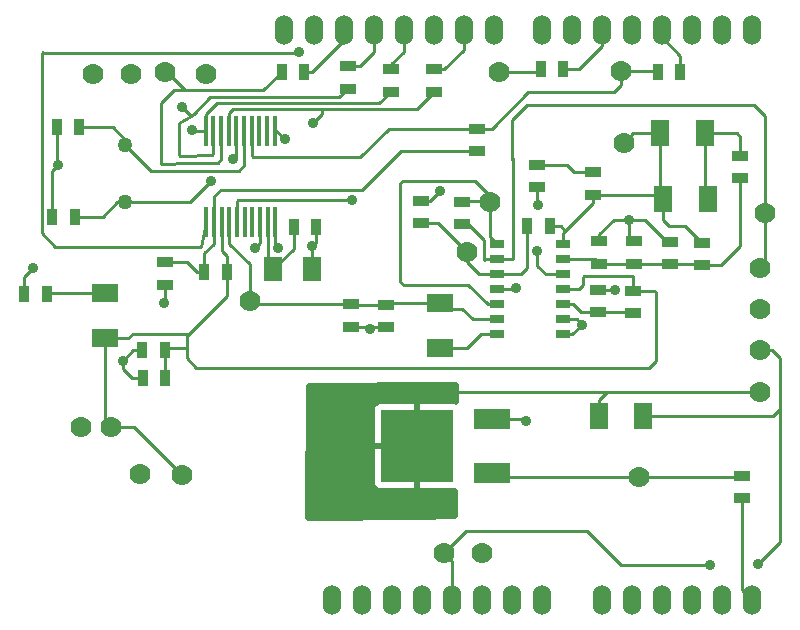
<source format=gtl>
G04 (created by PCBNEW (2013-07-07 BZR 4022)-stable) date 9/23/2014 8:39:01 AM*
%MOIN*%
G04 Gerber Fmt 3.4, Leading zero omitted, Abs format*
%FSLAX34Y34*%
G01*
G70*
G90*
G04 APERTURE LIST*
%ADD10C,0.00590551*%
%ADD11R,0.06X0.08*%
%ADD12R,0.055X0.035*%
%ADD13R,0.035X0.055*%
%ADD14C,0.07*%
%ADD15R,0.011811X0.0984252*%
%ADD16C,0.05*%
%ADD17R,0.0866X0.063*%
%ADD18R,0.063X0.0866*%
%ADD19O,0.06X0.1*%
%ADD20R,0.05X0.025*%
%ADD21R,0.12X0.065*%
%ADD22R,0.24X0.24*%
%ADD23C,0.035*%
%ADD24C,0.01*%
%ADD25C,0.019*%
G04 APERTURE END LIST*
G54D10*
G54D11*
X81810Y-48370D03*
X83110Y-48370D03*
G54D12*
X92660Y-48185D03*
X92660Y-47435D03*
G54D13*
X77455Y-52000D03*
X78205Y-52000D03*
G54D12*
X78210Y-48895D03*
X78210Y-48145D03*
G54D13*
X79505Y-48460D03*
X80255Y-48460D03*
X74445Y-46630D03*
X75195Y-46630D03*
X74595Y-43630D03*
X75345Y-43630D03*
X77445Y-51080D03*
X78195Y-51080D03*
G54D12*
X88590Y-44435D03*
X88590Y-43685D03*
G54D13*
X82485Y-46964D03*
X83235Y-46964D03*
G54D12*
X93790Y-49095D03*
X93790Y-49845D03*
X92620Y-49805D03*
X92620Y-49055D03*
X85550Y-49555D03*
X85550Y-50305D03*
X95030Y-48205D03*
X95030Y-47455D03*
X93840Y-48185D03*
X93840Y-47435D03*
X97370Y-44595D03*
X97370Y-45345D03*
X96090Y-47485D03*
X96090Y-48235D03*
X90600Y-44895D03*
X90600Y-45645D03*
X92460Y-45885D03*
X92460Y-45135D03*
X86720Y-46095D03*
X86720Y-46845D03*
G54D13*
X90275Y-46950D03*
X91025Y-46950D03*
G54D12*
X88100Y-46125D03*
X88100Y-46875D03*
X84390Y-49545D03*
X84390Y-50295D03*
G54D13*
X82845Y-41790D03*
X82095Y-41790D03*
X73510Y-49190D03*
X74260Y-49190D03*
G54D12*
X84290Y-41615D03*
X84290Y-42365D03*
X85720Y-41705D03*
X85720Y-42455D03*
X87160Y-41715D03*
X87160Y-42465D03*
X97420Y-56015D03*
X97420Y-55265D03*
G54D13*
X95375Y-41790D03*
X94625Y-41790D03*
X91475Y-41700D03*
X90725Y-41700D03*
G54D14*
X89340Y-41800D03*
X78210Y-41810D03*
X77060Y-41860D03*
X75810Y-41860D03*
X79560Y-41860D03*
X93390Y-41760D03*
X77370Y-55210D03*
X81030Y-49430D03*
X88750Y-57850D03*
X98200Y-46500D03*
X87500Y-57850D03*
X94010Y-55286D03*
X93500Y-44160D03*
X89030Y-46120D03*
X88270Y-47800D03*
X78770Y-55245D03*
G54D15*
X79575Y-46809D03*
X79831Y-46809D03*
X80087Y-46809D03*
X80343Y-46809D03*
X80599Y-46809D03*
X80855Y-46809D03*
X81111Y-46809D03*
X81366Y-46809D03*
X81622Y-46809D03*
X81878Y-46809D03*
X81859Y-43757D03*
X81603Y-43757D03*
X81347Y-43757D03*
X81091Y-43757D03*
X80835Y-43757D03*
X80579Y-43757D03*
X80323Y-43757D03*
X80067Y-43757D03*
X79811Y-43757D03*
X79555Y-43757D03*
G54D16*
X76876Y-46150D03*
X76876Y-44229D03*
G54D14*
X98038Y-52456D03*
X98038Y-51078D03*
X98038Y-49700D03*
X98038Y-48322D03*
X75400Y-53637D03*
X76407Y-53641D03*
G54D17*
X87370Y-50998D03*
X87370Y-49502D03*
G54D18*
X96288Y-46040D03*
X94792Y-46040D03*
X94712Y-43850D03*
X96208Y-43850D03*
G54D17*
X76185Y-50668D03*
X76185Y-49172D03*
G54D18*
X92652Y-53260D03*
X94148Y-53260D03*
G54D19*
X89150Y-40400D03*
X88150Y-40400D03*
X87150Y-40400D03*
X86150Y-40400D03*
X85150Y-40400D03*
X84150Y-40400D03*
X83150Y-40400D03*
X82150Y-40400D03*
X86750Y-59400D03*
X85750Y-59400D03*
X84750Y-59400D03*
X83750Y-59400D03*
X87750Y-59400D03*
X88750Y-59400D03*
X89750Y-59400D03*
X90750Y-59400D03*
X92750Y-59400D03*
X93750Y-59400D03*
X94750Y-59400D03*
X95750Y-59400D03*
X96750Y-59400D03*
X97750Y-59400D03*
X97750Y-40400D03*
X96750Y-40400D03*
X95750Y-40400D03*
X94750Y-40400D03*
X93750Y-40400D03*
X92750Y-40400D03*
X91750Y-40400D03*
X90750Y-40400D03*
G54D20*
X91480Y-50550D03*
X91480Y-50050D03*
X91480Y-49550D03*
X91480Y-49050D03*
X91480Y-48550D03*
X91480Y-48050D03*
X91480Y-47550D03*
X89280Y-47550D03*
X89280Y-48050D03*
X89280Y-48550D03*
X89280Y-49050D03*
X89280Y-49550D03*
X89280Y-50050D03*
X89280Y-50550D03*
G54D21*
X89100Y-55170D03*
G54D22*
X86600Y-54270D03*
G54D21*
X89100Y-53370D03*
G54D23*
X97960Y-58200D03*
X96370Y-58230D03*
X78770Y-42980D03*
X79110Y-43720D03*
X84442Y-46074D03*
X92100Y-50218D03*
X85022Y-50352D03*
X87370Y-45772D03*
X93676Y-46718D03*
X83120Y-43510D03*
X82650Y-41120D03*
X74630Y-44900D03*
X82200Y-44050D03*
X81970Y-47670D03*
X78150Y-49500D03*
X81210Y-47670D03*
X83110Y-47610D03*
X93184Y-49056D03*
X89916Y-49014D03*
X73816Y-48330D03*
X76786Y-51436D03*
X90246Y-53432D03*
X79730Y-45450D03*
X80450Y-44700D03*
X90640Y-46234D03*
X90616Y-47782D03*
G54D24*
X97420Y-56015D02*
X97420Y-59070D01*
X97420Y-59070D02*
X97750Y-59400D01*
X97900Y-59250D02*
X97750Y-59400D01*
X84290Y-41615D02*
X84685Y-41615D01*
X85150Y-41150D02*
X85150Y-40400D01*
X84685Y-41615D02*
X85150Y-41150D01*
X85720Y-41705D02*
X85720Y-41550D01*
X86150Y-41120D02*
X86150Y-40400D01*
X85720Y-41550D02*
X86150Y-41120D01*
X82845Y-41790D02*
X83110Y-41790D01*
X84150Y-40750D02*
X84150Y-40400D01*
X83110Y-41790D02*
X84150Y-40750D01*
X94148Y-53260D02*
X98470Y-53260D01*
X98470Y-53260D02*
X98698Y-53032D01*
X87750Y-59400D02*
X87750Y-58100D01*
X87750Y-58100D02*
X87500Y-57850D01*
X98038Y-51078D02*
X98448Y-51078D01*
X98698Y-51328D02*
X98698Y-53032D01*
X98698Y-53032D02*
X98698Y-56400D01*
X98448Y-51078D02*
X98698Y-51328D01*
X87500Y-57850D02*
X87500Y-57840D01*
X98698Y-57462D02*
X98698Y-56400D01*
X87500Y-57840D02*
X88240Y-57100D01*
X97960Y-58200D02*
X98698Y-57462D01*
X93410Y-58230D02*
X96370Y-58230D01*
X92280Y-57100D02*
X93410Y-58230D01*
X88240Y-57100D02*
X92280Y-57100D01*
X87160Y-41715D02*
X87495Y-41715D01*
X88150Y-41060D02*
X88150Y-40400D01*
X87495Y-41715D02*
X88150Y-41060D01*
X94750Y-40400D02*
X94750Y-40630D01*
X95375Y-41255D02*
X95375Y-41790D01*
X94750Y-40630D02*
X95375Y-41255D01*
X91475Y-41700D02*
X91990Y-41700D01*
X92750Y-40940D02*
X92750Y-40400D01*
X91990Y-41700D02*
X92750Y-40940D01*
X84390Y-49545D02*
X81145Y-49545D01*
X81145Y-49545D02*
X81030Y-49430D01*
X80343Y-46809D02*
X80343Y-47523D01*
X80343Y-47523D02*
X81030Y-48210D01*
X81030Y-48210D02*
X81030Y-49430D01*
X85550Y-49555D02*
X84400Y-49555D01*
X84400Y-49555D02*
X84390Y-49545D01*
X87370Y-49502D02*
X85603Y-49502D01*
X85603Y-49502D02*
X85550Y-49555D01*
X89280Y-50050D02*
X88450Y-50050D01*
X87568Y-49700D02*
X87370Y-49502D01*
X88100Y-49700D02*
X87568Y-49700D01*
X88450Y-50050D02*
X88100Y-49700D01*
X79054Y-43264D02*
X79054Y-43266D01*
X78770Y-42980D02*
X79054Y-43264D01*
X79811Y-43757D02*
X79811Y-44528D01*
X78680Y-44574D02*
X78680Y-43494D01*
X78680Y-43494D02*
X79054Y-43266D01*
X78690Y-44584D02*
X78680Y-44574D01*
X79770Y-44570D02*
X78690Y-44584D01*
X79811Y-44528D02*
X79770Y-44570D01*
X84015Y-42639D02*
X84290Y-42365D01*
X79710Y-42639D02*
X84015Y-42639D01*
X79160Y-43190D02*
X79710Y-42639D01*
X79054Y-43266D02*
X79160Y-43190D01*
X79555Y-43757D02*
X79147Y-43757D01*
X79147Y-43757D02*
X79110Y-43720D01*
X79555Y-43757D02*
X79555Y-43204D01*
X85335Y-42839D02*
X85720Y-42455D01*
X79920Y-42839D02*
X85335Y-42839D01*
X79555Y-43204D02*
X79920Y-42839D01*
X78210Y-41810D02*
X78260Y-41810D01*
X78260Y-41810D02*
X78860Y-42410D01*
X78060Y-43230D02*
X78060Y-42850D01*
X79570Y-42410D02*
X81475Y-42410D01*
X81475Y-42410D02*
X82095Y-41790D01*
X78500Y-42410D02*
X78860Y-42410D01*
X78860Y-42410D02*
X79570Y-42410D01*
X78060Y-42850D02*
X78500Y-42410D01*
X78180Y-41790D02*
X78180Y-41830D01*
X80067Y-43757D02*
X80067Y-44712D01*
X78060Y-44860D02*
X78060Y-43230D01*
X78060Y-43230D02*
X78060Y-43200D01*
X78990Y-44830D02*
X78060Y-44860D01*
X79950Y-44830D02*
X78990Y-44830D01*
X80067Y-44712D02*
X79950Y-44830D01*
X76185Y-50668D02*
X76978Y-50668D01*
X77120Y-50526D02*
X79004Y-50526D01*
X76978Y-50668D02*
X77120Y-50526D01*
X78195Y-51080D02*
X78195Y-51990D01*
X78195Y-51990D02*
X78205Y-52000D01*
X78925Y-50988D02*
X78287Y-50988D01*
X78287Y-50988D02*
X78195Y-51080D01*
X80255Y-48460D02*
X80255Y-49275D01*
X80255Y-49275D02*
X79004Y-50526D01*
X78925Y-50605D02*
X78925Y-50988D01*
X79004Y-50526D02*
X78925Y-50605D01*
X78925Y-50988D02*
X78925Y-51350D01*
X80255Y-48460D02*
X80255Y-47935D01*
X80087Y-47767D02*
X80087Y-46809D01*
X80255Y-47935D02*
X80087Y-47767D01*
X93790Y-49095D02*
X94515Y-49095D01*
X94515Y-49095D02*
X94550Y-49130D01*
X94550Y-49130D02*
X94550Y-51450D01*
X94550Y-51450D02*
X94330Y-51670D01*
X94330Y-51670D02*
X79245Y-51670D01*
X79245Y-51670D02*
X78925Y-51350D01*
X91480Y-49050D02*
X91990Y-49050D01*
X93790Y-48610D02*
X93790Y-49095D01*
X93770Y-48590D02*
X93790Y-48610D01*
X92160Y-48590D02*
X93770Y-48590D01*
X92130Y-48620D02*
X92160Y-48590D01*
X92130Y-48910D02*
X92130Y-48620D01*
X91990Y-49050D02*
X92130Y-48910D01*
X91485Y-49055D02*
X91480Y-49050D01*
X76407Y-53641D02*
X77166Y-53641D01*
X77166Y-53641D02*
X78770Y-55245D01*
X76185Y-50668D02*
X76185Y-53418D01*
X76185Y-53418D02*
X76407Y-53641D01*
X80599Y-46809D02*
X80599Y-46094D01*
X80620Y-46074D02*
X84442Y-46074D01*
X80599Y-46094D02*
X80620Y-46074D01*
X91480Y-50550D02*
X91768Y-50550D01*
X91932Y-50050D02*
X92100Y-50218D01*
X91932Y-50050D02*
X91480Y-50050D01*
X91768Y-50550D02*
X92100Y-50218D01*
X84390Y-50295D02*
X84965Y-50295D01*
X85069Y-50305D02*
X85022Y-50352D01*
X85069Y-50305D02*
X85550Y-50305D01*
X84965Y-50295D02*
X85022Y-50352D01*
X86720Y-46095D02*
X87047Y-46095D01*
X87047Y-46095D02*
X87370Y-45772D01*
X95030Y-47455D02*
X94933Y-47455D01*
X94196Y-46718D02*
X93676Y-46718D01*
X94933Y-47455D02*
X94196Y-46718D01*
X93676Y-46718D02*
X93676Y-47271D01*
X92660Y-47214D02*
X93156Y-46718D01*
X93156Y-46718D02*
X93676Y-46718D01*
X92660Y-47435D02*
X92660Y-47214D01*
X93676Y-47271D02*
X93840Y-47435D01*
X83440Y-43190D02*
X83440Y-43040D01*
X83120Y-43510D02*
X83440Y-43190D01*
X80323Y-43757D02*
X80323Y-43166D01*
X86585Y-43040D02*
X87160Y-42465D01*
X80450Y-43040D02*
X83440Y-43040D01*
X83440Y-43040D02*
X86585Y-43040D01*
X80323Y-43166D02*
X80450Y-43040D01*
X82200Y-44650D02*
X84710Y-44650D01*
X81091Y-44608D02*
X81132Y-44650D01*
X81132Y-44650D02*
X82200Y-44650D01*
X81091Y-43757D02*
X81091Y-44608D01*
X85675Y-43685D02*
X88590Y-43685D01*
X84710Y-44650D02*
X85675Y-43685D01*
X93390Y-41760D02*
X94595Y-41760D01*
X94595Y-41760D02*
X94625Y-41790D01*
X88590Y-43685D02*
X89085Y-43685D01*
X93390Y-42240D02*
X93390Y-41760D01*
X93150Y-42480D02*
X93390Y-42240D01*
X90290Y-42480D02*
X93150Y-42480D01*
X89085Y-43685D02*
X90290Y-42480D01*
X74110Y-41160D02*
X82610Y-41160D01*
X82610Y-41160D02*
X82650Y-41120D01*
X89340Y-41800D02*
X90625Y-41800D01*
X90625Y-41800D02*
X90725Y-41700D01*
X79385Y-47624D02*
X79575Y-46809D01*
X79370Y-47640D02*
X79385Y-47624D01*
X74540Y-47640D02*
X79370Y-47640D01*
X74110Y-47170D02*
X74540Y-47640D01*
X74110Y-41160D02*
X74110Y-47170D01*
X74120Y-41150D02*
X74110Y-41160D01*
X88100Y-46875D02*
X88315Y-46875D01*
X88850Y-48050D02*
X89280Y-48050D01*
X88840Y-48060D02*
X88850Y-48050D01*
X88840Y-47400D02*
X88840Y-48060D01*
X88315Y-46875D02*
X88840Y-47400D01*
X98200Y-46500D02*
X98200Y-43270D01*
X89780Y-44730D02*
X89790Y-44730D01*
X89780Y-43400D02*
X89780Y-44730D01*
X90280Y-42900D02*
X89780Y-43400D01*
X97830Y-42900D02*
X90280Y-42900D01*
X98200Y-43270D02*
X97830Y-42900D01*
X89280Y-48050D02*
X89055Y-48050D01*
X89280Y-48050D02*
X89770Y-48050D01*
X89770Y-48050D02*
X89790Y-48030D01*
X89790Y-48030D02*
X89790Y-44730D01*
X89790Y-44730D02*
X89790Y-44660D01*
X98200Y-46500D02*
X98200Y-48161D01*
X98200Y-48161D02*
X98038Y-48322D01*
X86600Y-54270D02*
X86600Y-52620D01*
X93010Y-52470D02*
X93010Y-52456D01*
X86750Y-52470D02*
X93010Y-52470D01*
X86600Y-52620D02*
X86750Y-52470D01*
X98038Y-52456D02*
X93010Y-52456D01*
X93010Y-52456D02*
X92946Y-52456D01*
X92652Y-52750D02*
X92652Y-53260D01*
X92946Y-52456D02*
X92652Y-52750D01*
X98038Y-52456D02*
X98038Y-52661D01*
X86720Y-46845D02*
X87315Y-46845D01*
X87315Y-46845D02*
X88270Y-47800D01*
X89280Y-48550D02*
X88670Y-48550D01*
X88670Y-48550D02*
X88270Y-48150D01*
X88270Y-48150D02*
X88270Y-47800D01*
X86720Y-46845D02*
X86855Y-46845D01*
X86720Y-46845D02*
X86805Y-46845D01*
X90275Y-46950D02*
X90275Y-48335D01*
X90060Y-48550D02*
X89280Y-48550D01*
X90275Y-48335D02*
X90060Y-48550D01*
X74445Y-46630D02*
X74445Y-45085D01*
X74595Y-44865D02*
X74630Y-44900D01*
X74595Y-44865D02*
X74595Y-43630D01*
X74445Y-45085D02*
X74630Y-44900D01*
X81859Y-43757D02*
X81907Y-43757D01*
X81907Y-43757D02*
X82200Y-44050D01*
X81878Y-46809D02*
X81878Y-47578D01*
X81878Y-47578D02*
X81970Y-47670D01*
X78210Y-48895D02*
X78210Y-49440D01*
X78210Y-49440D02*
X78150Y-49500D01*
X81366Y-46809D02*
X81366Y-47513D01*
X81366Y-47513D02*
X81210Y-47670D01*
X83110Y-48370D02*
X83110Y-47610D01*
X83235Y-47485D02*
X83110Y-47610D01*
X83235Y-47485D02*
X83235Y-46964D01*
X92620Y-49055D02*
X93183Y-49055D01*
X93183Y-49055D02*
X93184Y-49056D01*
X89280Y-49050D02*
X89880Y-49050D01*
X89880Y-49050D02*
X89916Y-49014D01*
X73510Y-49190D02*
X73510Y-48636D01*
X73510Y-48636D02*
X73816Y-48330D01*
X76786Y-51436D02*
X76786Y-51692D01*
X77445Y-51080D02*
X77142Y-51080D01*
X77142Y-51080D02*
X76786Y-51436D01*
X77094Y-52000D02*
X77455Y-52000D01*
X76786Y-51692D02*
X77094Y-52000D01*
X87850Y-46095D02*
X89005Y-46095D01*
X89005Y-46095D02*
X89030Y-46120D01*
X89030Y-46120D02*
X89030Y-45930D01*
X88950Y-49550D02*
X89280Y-49550D01*
X88300Y-48900D02*
X88950Y-49550D01*
X86150Y-48900D02*
X88300Y-48900D01*
X86040Y-48790D02*
X86150Y-48900D01*
X86040Y-45510D02*
X86040Y-48790D01*
X86130Y-45420D02*
X86040Y-45510D01*
X88520Y-45420D02*
X86130Y-45420D01*
X89030Y-45930D02*
X88520Y-45420D01*
X89030Y-46120D02*
X89030Y-47300D01*
X89030Y-47300D02*
X89280Y-47550D01*
X89100Y-53370D02*
X90184Y-53370D01*
X90184Y-53370D02*
X90246Y-53432D01*
X88750Y-59400D02*
X88750Y-58950D01*
X94010Y-55286D02*
X89216Y-55286D01*
X89216Y-55286D02*
X89100Y-55170D01*
X94010Y-55286D02*
X97399Y-55286D01*
X97399Y-55286D02*
X97420Y-55265D01*
X97420Y-55265D02*
X97420Y-55200D01*
X79831Y-46809D02*
X79831Y-45948D01*
X86065Y-44435D02*
X88590Y-44435D01*
X84780Y-45720D02*
X86065Y-44435D01*
X80060Y-45720D02*
X84780Y-45720D01*
X79831Y-45948D02*
X80060Y-45720D01*
X78210Y-48145D02*
X78935Y-48145D01*
X79250Y-48460D02*
X79505Y-48460D01*
X78935Y-48145D02*
X79250Y-48460D01*
X79831Y-46809D02*
X79831Y-47518D01*
X79505Y-47845D02*
X79505Y-48460D01*
X79831Y-47518D02*
X79505Y-47845D01*
X82485Y-46964D02*
X82485Y-47695D01*
X82485Y-47695D02*
X81810Y-48370D01*
X81622Y-46809D02*
X81622Y-48182D01*
X81622Y-48182D02*
X81810Y-48370D01*
X76876Y-44229D02*
X76876Y-44056D01*
X76450Y-43630D02*
X75345Y-43630D01*
X76876Y-44056D02*
X76450Y-43630D01*
X76866Y-44220D02*
X76876Y-44229D01*
X80835Y-43757D02*
X80835Y-44914D01*
X77540Y-44893D02*
X76876Y-44229D01*
X77540Y-44910D02*
X77540Y-44893D01*
X77720Y-45090D02*
X77540Y-44910D01*
X80660Y-45090D02*
X77720Y-45090D01*
X80835Y-44914D02*
X80660Y-45090D01*
X76876Y-46150D02*
X76609Y-46150D01*
X76130Y-46630D02*
X75195Y-46630D01*
X76609Y-46150D02*
X76130Y-46630D01*
X76857Y-46170D02*
X76876Y-46150D01*
X80579Y-43757D02*
X80579Y-44570D01*
X79029Y-46150D02*
X76876Y-46150D01*
X79730Y-45450D02*
X79029Y-46150D01*
X80579Y-44570D02*
X80450Y-44700D01*
X88730Y-50550D02*
X88282Y-50998D01*
X89280Y-50550D02*
X88730Y-50550D01*
X88282Y-50998D02*
X87370Y-50998D01*
X92620Y-49805D02*
X93750Y-49805D01*
X93750Y-49805D02*
X93790Y-49845D01*
X91480Y-49550D02*
X91800Y-49550D01*
X92055Y-49805D02*
X92620Y-49805D01*
X91800Y-49550D02*
X92055Y-49805D01*
X90611Y-48251D02*
X90611Y-47787D01*
X90600Y-46194D02*
X90600Y-45645D01*
X90640Y-46234D02*
X90600Y-46194D01*
X90611Y-47787D02*
X90616Y-47782D01*
X90910Y-48550D02*
X91480Y-48550D01*
X90600Y-48240D02*
X90611Y-48251D01*
X90611Y-48251D02*
X90910Y-48550D01*
X94712Y-43850D02*
X93810Y-43850D01*
X93810Y-43850D02*
X93500Y-44160D01*
X94712Y-43850D02*
X94712Y-45960D01*
X94712Y-45960D02*
X94792Y-46040D01*
X91025Y-46950D02*
X91390Y-46950D01*
X91390Y-46950D02*
X91540Y-47100D01*
X92460Y-45885D02*
X92460Y-46180D01*
X91480Y-47160D02*
X91480Y-47550D01*
X92460Y-46180D02*
X91540Y-47100D01*
X91540Y-47100D02*
X91480Y-47160D01*
X92460Y-45885D02*
X94637Y-45885D01*
X94637Y-45885D02*
X94792Y-46040D01*
X94672Y-45920D02*
X94792Y-46040D01*
X94792Y-46040D02*
X94792Y-46732D01*
X95535Y-46930D02*
X96090Y-47485D01*
X94990Y-46930D02*
X95535Y-46930D01*
X94792Y-46732D02*
X94990Y-46930D01*
X90600Y-44895D02*
X91605Y-44895D01*
X91845Y-45135D02*
X92460Y-45135D01*
X91605Y-44895D02*
X91845Y-45135D01*
X96090Y-48235D02*
X96725Y-48235D01*
X97370Y-47590D02*
X97370Y-45345D01*
X96725Y-48235D02*
X97370Y-47590D01*
X95030Y-48205D02*
X96060Y-48205D01*
X96060Y-48205D02*
X96090Y-48235D01*
X93840Y-48185D02*
X95010Y-48185D01*
X95010Y-48185D02*
X95030Y-48205D01*
X92660Y-48185D02*
X93840Y-48185D01*
X91480Y-48050D02*
X92525Y-48050D01*
X92525Y-48050D02*
X92660Y-48185D01*
X96208Y-43850D02*
X97260Y-43850D01*
X97370Y-43960D02*
X97370Y-44595D01*
X97260Y-43850D02*
X97370Y-43960D01*
X96208Y-43850D02*
X96208Y-45960D01*
X96208Y-45960D02*
X96288Y-46040D01*
X96168Y-45920D02*
X96288Y-46040D01*
X76185Y-49172D02*
X74278Y-49172D01*
X74278Y-49172D02*
X74260Y-49190D01*
G54D10*
G36*
X87903Y-52225D02*
X87897Y-52791D01*
X87858Y-52775D01*
X87741Y-52774D01*
X86678Y-52775D01*
X86605Y-52848D01*
X86605Y-54265D01*
X86612Y-54265D01*
X86612Y-54275D01*
X86605Y-54275D01*
X86605Y-55691D01*
X86678Y-55765D01*
X87741Y-55765D01*
X87858Y-55764D01*
X87865Y-55762D01*
X87856Y-56615D01*
X86595Y-56625D01*
X86595Y-55691D01*
X86595Y-54275D01*
X86595Y-54265D01*
X86595Y-52848D01*
X86521Y-52775D01*
X85458Y-52774D01*
X85341Y-52775D01*
X85232Y-52820D01*
X85149Y-52903D01*
X85104Y-53011D01*
X85105Y-54191D01*
X85178Y-54265D01*
X86595Y-54265D01*
X86595Y-54275D01*
X85178Y-54275D01*
X85105Y-54348D01*
X85104Y-55528D01*
X85149Y-55636D01*
X85232Y-55719D01*
X85341Y-55764D01*
X85458Y-55765D01*
X86521Y-55765D01*
X86595Y-55691D01*
X86595Y-56625D01*
X82955Y-56654D01*
X82994Y-52265D01*
X85482Y-52265D01*
X85312Y-52238D01*
X87903Y-52225D01*
X87903Y-52225D01*
G37*
G54D25*
X87903Y-52225D02*
X87897Y-52791D01*
X87858Y-52775D01*
X87741Y-52774D01*
X86678Y-52775D01*
X86605Y-52848D01*
X86605Y-54265D01*
X86612Y-54265D01*
X86612Y-54275D01*
X86605Y-54275D01*
X86605Y-55691D01*
X86678Y-55765D01*
X87741Y-55765D01*
X87858Y-55764D01*
X87865Y-55762D01*
X87856Y-56615D01*
X86595Y-56625D01*
X86595Y-55691D01*
X86595Y-54275D01*
X86595Y-54265D01*
X86595Y-52848D01*
X86521Y-52775D01*
X85458Y-52774D01*
X85341Y-52775D01*
X85232Y-52820D01*
X85149Y-52903D01*
X85104Y-53011D01*
X85105Y-54191D01*
X85178Y-54265D01*
X86595Y-54265D01*
X86595Y-54275D01*
X85178Y-54275D01*
X85105Y-54348D01*
X85104Y-55528D01*
X85149Y-55636D01*
X85232Y-55719D01*
X85341Y-55764D01*
X85458Y-55765D01*
X86521Y-55765D01*
X86595Y-55691D01*
X86595Y-56625D01*
X82955Y-56654D01*
X82994Y-52265D01*
X85482Y-52265D01*
X85312Y-52238D01*
X87903Y-52225D01*
M02*

</source>
